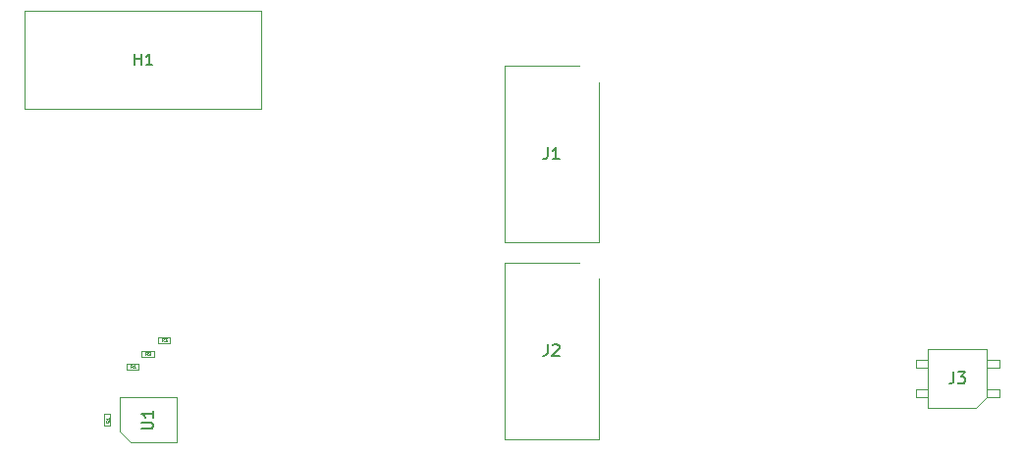
<source format=gbr>
%TF.GenerationSoftware,KiCad,Pcbnew,9.0.3*%
%TF.CreationDate,2025-10-24T12:13:40-04:00*%
%TF.ProjectId,ephys-test-module-molc-64-chan,65706879-732d-4746-9573-742d6d6f6475,B*%
%TF.SameCoordinates,Original*%
%TF.FileFunction,AssemblyDrawing,Top*%
%FSLAX46Y46*%
G04 Gerber Fmt 4.6, Leading zero omitted, Abs format (unit mm)*
G04 Created by KiCad (PCBNEW 9.0.3) date 2025-10-24 12:13:40*
%MOMM*%
%LPD*%
G01*
G04 APERTURE LIST*
%ADD10C,0.150000*%
%ADD11C,0.040000*%
%ADD12C,0.100000*%
G04 APERTURE END LIST*
D10*
X192666666Y-121554819D02*
X192666666Y-122269104D01*
X192666666Y-122269104D02*
X192619047Y-122411961D01*
X192619047Y-122411961D02*
X192523809Y-122507200D01*
X192523809Y-122507200D02*
X192380952Y-122554819D01*
X192380952Y-122554819D02*
X192285714Y-122554819D01*
X193047619Y-121554819D02*
X193666666Y-121554819D01*
X193666666Y-121554819D02*
X193333333Y-121935771D01*
X193333333Y-121935771D02*
X193476190Y-121935771D01*
X193476190Y-121935771D02*
X193571428Y-121983390D01*
X193571428Y-121983390D02*
X193619047Y-122031009D01*
X193619047Y-122031009D02*
X193666666Y-122126247D01*
X193666666Y-122126247D02*
X193666666Y-122364342D01*
X193666666Y-122364342D02*
X193619047Y-122459580D01*
X193619047Y-122459580D02*
X193571428Y-122507200D01*
X193571428Y-122507200D02*
X193476190Y-122554819D01*
X193476190Y-122554819D02*
X193190476Y-122554819D01*
X193190476Y-122554819D02*
X193095238Y-122507200D01*
X193095238Y-122507200D02*
X193047619Y-122459580D01*
D11*
X123156667Y-120118200D02*
X123070000Y-119994391D01*
X123008095Y-120118200D02*
X123008095Y-119858200D01*
X123008095Y-119858200D02*
X123107143Y-119858200D01*
X123107143Y-119858200D02*
X123131905Y-119870581D01*
X123131905Y-119870581D02*
X123144286Y-119882962D01*
X123144286Y-119882962D02*
X123156667Y-119907724D01*
X123156667Y-119907724D02*
X123156667Y-119944867D01*
X123156667Y-119944867D02*
X123144286Y-119969629D01*
X123144286Y-119969629D02*
X123131905Y-119982010D01*
X123131905Y-119982010D02*
X123107143Y-119994391D01*
X123107143Y-119994391D02*
X123008095Y-119994391D01*
X123255714Y-119882962D02*
X123268095Y-119870581D01*
X123268095Y-119870581D02*
X123292857Y-119858200D01*
X123292857Y-119858200D02*
X123354762Y-119858200D01*
X123354762Y-119858200D02*
X123379524Y-119870581D01*
X123379524Y-119870581D02*
X123391905Y-119882962D01*
X123391905Y-119882962D02*
X123404286Y-119907724D01*
X123404286Y-119907724D02*
X123404286Y-119932486D01*
X123404286Y-119932486D02*
X123391905Y-119969629D01*
X123391905Y-119969629D02*
X123243333Y-120118200D01*
X123243333Y-120118200D02*
X123404286Y-120118200D01*
D10*
X157666666Y-102169819D02*
X157666666Y-102884104D01*
X157666666Y-102884104D02*
X157619047Y-103026961D01*
X157619047Y-103026961D02*
X157523809Y-103122200D01*
X157523809Y-103122200D02*
X157380952Y-103169819D01*
X157380952Y-103169819D02*
X157285714Y-103169819D01*
X158666666Y-103169819D02*
X158095238Y-103169819D01*
X158380952Y-103169819D02*
X158380952Y-102169819D01*
X158380952Y-102169819D02*
X158285714Y-102312676D01*
X158285714Y-102312676D02*
X158190476Y-102407914D01*
X158190476Y-102407914D02*
X158095238Y-102455533D01*
D11*
X121856667Y-121218200D02*
X121770000Y-121094391D01*
X121708095Y-121218200D02*
X121708095Y-120958200D01*
X121708095Y-120958200D02*
X121807143Y-120958200D01*
X121807143Y-120958200D02*
X121831905Y-120970581D01*
X121831905Y-120970581D02*
X121844286Y-120982962D01*
X121844286Y-120982962D02*
X121856667Y-121007724D01*
X121856667Y-121007724D02*
X121856667Y-121044867D01*
X121856667Y-121044867D02*
X121844286Y-121069629D01*
X121844286Y-121069629D02*
X121831905Y-121082010D01*
X121831905Y-121082010D02*
X121807143Y-121094391D01*
X121807143Y-121094391D02*
X121708095Y-121094391D01*
X122104286Y-121218200D02*
X121955714Y-121218200D01*
X122030000Y-121218200D02*
X122030000Y-120958200D01*
X122030000Y-120958200D02*
X122005238Y-120995343D01*
X122005238Y-120995343D02*
X121980476Y-121020105D01*
X121980476Y-121020105D02*
X121955714Y-121032486D01*
D10*
X122038095Y-95054819D02*
X122038095Y-94054819D01*
X122038095Y-94531009D02*
X122609523Y-94531009D01*
X122609523Y-95054819D02*
X122609523Y-94054819D01*
X123609523Y-95054819D02*
X123038095Y-95054819D01*
X123323809Y-95054819D02*
X123323809Y-94054819D01*
X123323809Y-94054819D02*
X123228571Y-94197676D01*
X123228571Y-94197676D02*
X123133333Y-94292914D01*
X123133333Y-94292914D02*
X123038095Y-94340533D01*
X122665566Y-126446666D02*
X123458900Y-126446666D01*
X123458900Y-126446666D02*
X123552233Y-126400000D01*
X123552233Y-126400000D02*
X123598900Y-126353333D01*
X123598900Y-126353333D02*
X123645566Y-126260000D01*
X123645566Y-126260000D02*
X123645566Y-126073333D01*
X123645566Y-126073333D02*
X123598900Y-125980000D01*
X123598900Y-125980000D02*
X123552233Y-125933333D01*
X123552233Y-125933333D02*
X123458900Y-125886666D01*
X123458900Y-125886666D02*
X122665566Y-125886666D01*
X123645566Y-124906666D02*
X123645566Y-125466666D01*
X123645566Y-125186666D02*
X122665566Y-125186666D01*
X122665566Y-125186666D02*
X122805566Y-125279999D01*
X122805566Y-125279999D02*
X122898900Y-125373333D01*
X122898900Y-125373333D02*
X122945566Y-125466666D01*
D11*
X124556667Y-118918200D02*
X124470000Y-118794391D01*
X124408095Y-118918200D02*
X124408095Y-118658200D01*
X124408095Y-118658200D02*
X124507143Y-118658200D01*
X124507143Y-118658200D02*
X124531905Y-118670581D01*
X124531905Y-118670581D02*
X124544286Y-118682962D01*
X124544286Y-118682962D02*
X124556667Y-118707724D01*
X124556667Y-118707724D02*
X124556667Y-118744867D01*
X124556667Y-118744867D02*
X124544286Y-118769629D01*
X124544286Y-118769629D02*
X124531905Y-118782010D01*
X124531905Y-118782010D02*
X124507143Y-118794391D01*
X124507143Y-118794391D02*
X124408095Y-118794391D01*
X124643333Y-118658200D02*
X124804286Y-118658200D01*
X124804286Y-118658200D02*
X124717619Y-118757248D01*
X124717619Y-118757248D02*
X124754762Y-118757248D01*
X124754762Y-118757248D02*
X124779524Y-118769629D01*
X124779524Y-118769629D02*
X124791905Y-118782010D01*
X124791905Y-118782010D02*
X124804286Y-118806772D01*
X124804286Y-118806772D02*
X124804286Y-118868677D01*
X124804286Y-118868677D02*
X124791905Y-118893439D01*
X124791905Y-118893439D02*
X124779524Y-118905820D01*
X124779524Y-118905820D02*
X124754762Y-118918200D01*
X124754762Y-118918200D02*
X124680476Y-118918200D01*
X124680476Y-118918200D02*
X124655714Y-118905820D01*
X124655714Y-118905820D02*
X124643333Y-118893439D01*
D10*
X157666666Y-119169819D02*
X157666666Y-119884104D01*
X157666666Y-119884104D02*
X157619047Y-120026961D01*
X157619047Y-120026961D02*
X157523809Y-120122200D01*
X157523809Y-120122200D02*
X157380952Y-120169819D01*
X157380952Y-120169819D02*
X157285714Y-120169819D01*
X158095238Y-119265057D02*
X158142857Y-119217438D01*
X158142857Y-119217438D02*
X158238095Y-119169819D01*
X158238095Y-119169819D02*
X158476190Y-119169819D01*
X158476190Y-119169819D02*
X158571428Y-119217438D01*
X158571428Y-119217438D02*
X158619047Y-119265057D01*
X158619047Y-119265057D02*
X158666666Y-119360295D01*
X158666666Y-119360295D02*
X158666666Y-119455533D01*
X158666666Y-119455533D02*
X158619047Y-119598390D01*
X158619047Y-119598390D02*
X158047619Y-120169819D01*
X158047619Y-120169819D02*
X158666666Y-120169819D01*
D11*
X119789765Y-125741666D02*
X119801670Y-125753570D01*
X119801670Y-125753570D02*
X119813574Y-125789285D01*
X119813574Y-125789285D02*
X119813574Y-125813094D01*
X119813574Y-125813094D02*
X119801670Y-125848808D01*
X119801670Y-125848808D02*
X119777860Y-125872618D01*
X119777860Y-125872618D02*
X119754050Y-125884523D01*
X119754050Y-125884523D02*
X119706431Y-125896427D01*
X119706431Y-125896427D02*
X119670717Y-125896427D01*
X119670717Y-125896427D02*
X119623098Y-125884523D01*
X119623098Y-125884523D02*
X119599289Y-125872618D01*
X119599289Y-125872618D02*
X119575479Y-125848808D01*
X119575479Y-125848808D02*
X119563574Y-125813094D01*
X119563574Y-125813094D02*
X119563574Y-125789285D01*
X119563574Y-125789285D02*
X119575479Y-125753570D01*
X119575479Y-125753570D02*
X119587384Y-125741666D01*
X119813574Y-125503570D02*
X119813574Y-125646427D01*
X119813574Y-125574999D02*
X119563574Y-125574999D01*
X119563574Y-125574999D02*
X119599289Y-125598808D01*
X119599289Y-125598808D02*
X119623098Y-125622618D01*
X119623098Y-125622618D02*
X119635003Y-125646427D01*
D12*
%TO.C,J3*%
X189400000Y-120510000D02*
X190460000Y-120510000D01*
X189400000Y-121150000D02*
X189400000Y-120510000D01*
X189400000Y-123050000D02*
X190460000Y-123050000D01*
X189400000Y-123690000D02*
X189400000Y-123050000D01*
X190460000Y-119560000D02*
X195540000Y-119560000D01*
X190460000Y-121150000D02*
X189400000Y-121150000D01*
X190460000Y-123690000D02*
X189400000Y-123690000D01*
X190460000Y-124640000D02*
X190460000Y-119560000D01*
X194590000Y-124640000D02*
X190460000Y-124640000D01*
X195540000Y-119560000D02*
X195540000Y-123690000D01*
X195540000Y-121150000D02*
X196600000Y-121150000D01*
X195540000Y-123690000D02*
X194590000Y-124640000D01*
X195540000Y-123690000D02*
X196600000Y-123690000D01*
X196600000Y-120510000D02*
X195540000Y-120510000D01*
X196600000Y-121150000D02*
X196600000Y-120510000D01*
X196600000Y-123050000D02*
X195540000Y-123050000D01*
X196600000Y-123690000D02*
X196600000Y-123050000D01*
%TO.C,R2*%
X122675000Y-119730000D02*
X123725000Y-119730000D01*
X122675000Y-120270000D02*
X122675000Y-119730000D01*
X123725000Y-119730000D02*
X123725000Y-120270000D01*
X123725000Y-120270000D02*
X122675000Y-120270000D01*
%TO.C,J1*%
X153935000Y-95095000D02*
X160400000Y-95095000D01*
X153935000Y-110335000D02*
X153935000Y-95095000D01*
X162065000Y-96515000D02*
X162065000Y-110335000D01*
X162065000Y-110335000D02*
X153935000Y-110335000D01*
%TO.C,R1*%
X121375000Y-120830000D02*
X122425000Y-120830000D01*
X121375000Y-121370000D02*
X121375000Y-120830000D01*
X122425000Y-120830000D02*
X122425000Y-121370000D01*
X122425000Y-121370000D02*
X121375000Y-121370000D01*
%TO.C,H1*%
X112600000Y-90400000D02*
X133000000Y-90400000D01*
X133000000Y-98800000D01*
X112600000Y-98800000D01*
X112600000Y-90400000D01*
%TO.C,U1*%
X120750000Y-123750000D02*
X125650000Y-123750000D01*
X120750000Y-126675000D02*
X120750000Y-123750000D01*
X121725000Y-127650000D02*
X120750000Y-126675000D01*
X125650000Y-123750000D02*
X125650000Y-127650000D01*
X125650000Y-127650000D02*
X121725000Y-127650000D01*
%TO.C,R3*%
X124075000Y-118530000D02*
X125125000Y-118530000D01*
X124075000Y-119070000D02*
X124075000Y-118530000D01*
X125125000Y-118530000D02*
X125125000Y-119070000D01*
X125125000Y-119070000D02*
X124075000Y-119070000D01*
%TO.C,J2*%
X153935000Y-112095000D02*
X160400000Y-112095000D01*
X153935000Y-127335000D02*
X153935000Y-112095000D01*
X162065000Y-113515000D02*
X162065000Y-127335000D01*
X162065000Y-127335000D02*
X153935000Y-127335000D01*
%TO.C,C1*%
X119450000Y-125200000D02*
X119950000Y-125200000D01*
X119450000Y-126200000D02*
X119450000Y-125200000D01*
X119950000Y-125200000D02*
X119950000Y-126200000D01*
X119950000Y-126200000D02*
X119450000Y-126200000D01*
%TD*%
M02*

</source>
